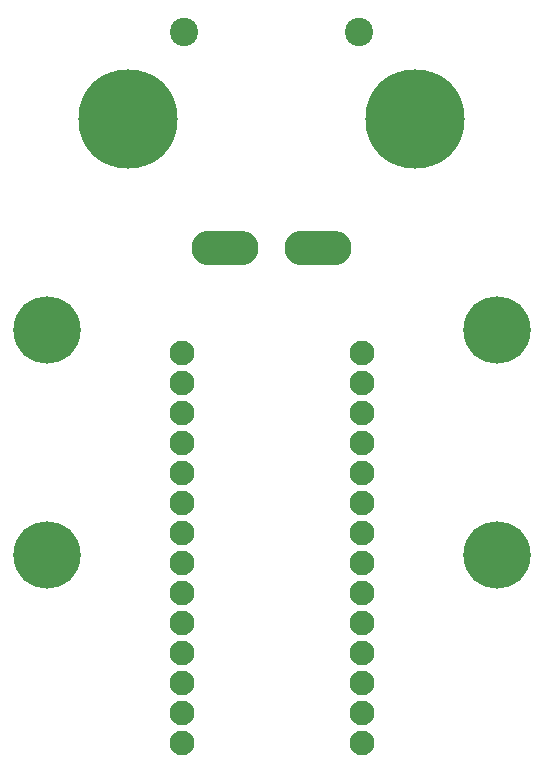
<source format=gbs>
G04 #@! TF.FileFunction,Soldermask,Bot*
%FSLAX46Y46*%
G04 Gerber Fmt 4.6, Leading zero omitted, Abs format (unit mm)*
G04 Created by KiCad (PCBNEW 4.0.7-e2-6376~58~ubuntu16.04.1) date Sun Dec 16 12:58:54 2018*
%MOMM*%
%LPD*%
G01*
G04 APERTURE LIST*
%ADD10C,0.100000*%
%ADD11C,5.700000*%
%ADD12C,2.100000*%
%ADD13C,8.400000*%
%ADD14O,5.670000X2.940000*%
%ADD15C,2.400000*%
G04 APERTURE END LIST*
D10*
D11*
X8750000Y-24275000D03*
X46850000Y-24275000D03*
X8750000Y-43325000D03*
X46850000Y-43325000D03*
D12*
X35420000Y-59285000D03*
X35420000Y-56745000D03*
X35420000Y-54205000D03*
X35420000Y-51665000D03*
X35420000Y-49125000D03*
X35420000Y-46585000D03*
X35420000Y-44045000D03*
X35420000Y-41505000D03*
X35420000Y-38965000D03*
X35420000Y-36425000D03*
X35420000Y-33885000D03*
X35420000Y-31345000D03*
X35420000Y-28805000D03*
X35420000Y-26265000D03*
X20180000Y-59285000D03*
X20180000Y-56745000D03*
X20180000Y-54205000D03*
X20180000Y-51665000D03*
X20180000Y-49125000D03*
X20180000Y-46585000D03*
X20180000Y-44045000D03*
X20180000Y-41505000D03*
X20180000Y-38965000D03*
X20180000Y-36425000D03*
X20180000Y-33885000D03*
X20180000Y-31345000D03*
X20180000Y-28805000D03*
X20180000Y-26265000D03*
D13*
X15645000Y-6420000D03*
D14*
X23850000Y-17340000D03*
D13*
X39955000Y-6420000D03*
D15*
X20410000Y900000D03*
D14*
X31750000Y-17340000D03*
D15*
X35190000Y900000D03*
M02*

</source>
